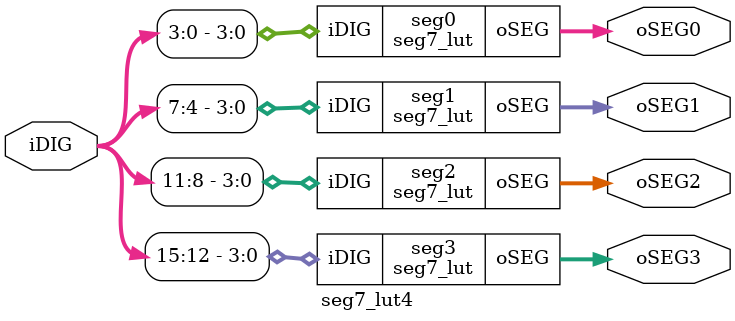
<source format=v>

module seg7_lut(
	output reg[6:0] oSEG,
	input[3:0] iDIG);

always @(iDIG)
begin
	case(iDIG)
	4'h1: oSEG = 7'b1111001;	// ---t----
	4'h2: oSEG = 7'b0100100; 	// |	  |
	4'h3: oSEG = 7'b0110000; 	// lt	 rt
	4'h4: oSEG = 7'b0011001; 	// |	  |
	4'h5: oSEG = 7'b0010010; 	// ---m----
	4'h6: oSEG = 7'b0000010; 	// |	  |
	4'h7: oSEG = 7'b1111000; 	// lb	 rb
	4'h8: oSEG = 7'b0000000; 	// |	  |
	4'h9: oSEG = 7'b0011000; 	// ---b----
	4'ha: oSEG = 7'b0001000;
	4'hb: oSEG = 7'b0000011;
	4'hc: oSEG = 7'b1000110;
	4'hd: oSEG = 7'b0100001;
	4'he: oSEG = 7'b0000110;
	4'hf: oSEG = 7'b0001110;
	4'h0: oSEG = 7'b1000000;
	endcase
end

endmodule

module seg7_lut4(
	output[6:0] oSEG0,
	output[6:0] oSEG1,
	output[6:0] oSEG2,
	output[6:0] oSEG3,
	input[15:0] iDIG);

seg7_lut seg0(oSEG0, iDIG[3:0]);
seg7_lut seg1(oSEG1, iDIG[7:4]);
seg7_lut seg2(oSEG2, iDIG[11:8]);
seg7_lut seg3(oSEG3, iDIG[15:12]);

endmodule

</source>
